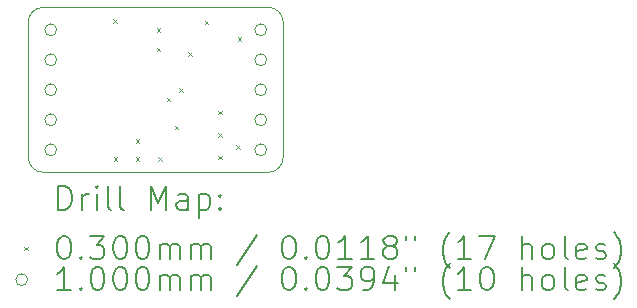
<source format=gbr>
%TF.GenerationSoftware,KiCad,Pcbnew,7.0.9*%
%TF.CreationDate,2024-01-07T19:57:31+00:00*%
%TF.ProjectId,INA381 Breakout,494e4133-3831-4204-9272-65616b6f7574,V24.01.0.1*%
%TF.SameCoordinates,PX8841978PY54c5a90*%
%TF.FileFunction,Drillmap*%
%TF.FilePolarity,Positive*%
%FSLAX45Y45*%
G04 Gerber Fmt 4.5, Leading zero omitted, Abs format (unit mm)*
G04 Created by KiCad (PCBNEW 7.0.9) date 2024-01-07 19:57:31*
%MOMM*%
%LPD*%
G01*
G04 APERTURE LIST*
%ADD10C,0.100000*%
%ADD11C,0.200000*%
G04 APERTURE END LIST*
D10*
X1968500Y571500D02*
G75*
G03*
X1841500Y698500I-127000J0D01*
G01*
X1841500Y-698500D02*
G75*
G03*
X1968500Y-571500I0J127000D01*
G01*
X-63500Y698500D02*
G75*
G03*
X-190500Y571500I0J-127000D01*
G01*
X-190500Y-571500D02*
G75*
G03*
X-63500Y-698500I127000J0D01*
G01*
X-190500Y571500D02*
X-190500Y-571500D01*
X-63500Y698500D02*
X1841500Y698500D01*
X1968500Y-571500D02*
X1968500Y571500D01*
X1841500Y-698500D02*
X-63500Y-698500D01*
D11*
D10*
X531100Y599500D02*
X561100Y569500D01*
X561100Y599500D02*
X531100Y569500D01*
X532400Y-571500D02*
X562400Y-601500D01*
X562400Y-571500D02*
X532400Y-601500D01*
X721600Y-416800D02*
X751600Y-446800D01*
X751600Y-416800D02*
X721600Y-446800D01*
X721600Y-569200D02*
X751600Y-599200D01*
X751600Y-569200D02*
X721600Y-599200D01*
X899400Y523000D02*
X929400Y493000D01*
X929400Y523000D02*
X899400Y493000D01*
X899400Y357900D02*
X929400Y327900D01*
X929400Y357900D02*
X899400Y327900D01*
X912100Y-569200D02*
X942100Y-599200D01*
X942100Y-569200D02*
X912100Y-599200D01*
X983175Y-68775D02*
X1013175Y-98775D01*
X1013175Y-68775D02*
X983175Y-98775D01*
X1051800Y-303500D02*
X1081800Y-333500D01*
X1081800Y-303500D02*
X1051800Y-333500D01*
X1089900Y14000D02*
X1119900Y-16000D01*
X1119900Y14000D02*
X1089900Y-16000D01*
X1166100Y319800D02*
X1196100Y289800D01*
X1196100Y319800D02*
X1166100Y289800D01*
X1305800Y585000D02*
X1335800Y555000D01*
X1335800Y585000D02*
X1305800Y555000D01*
X1420100Y-176500D02*
X1450100Y-206500D01*
X1450100Y-176500D02*
X1420100Y-206500D01*
X1420100Y-368450D02*
X1450100Y-398450D01*
X1450100Y-368450D02*
X1420100Y-398450D01*
X1420100Y-557500D02*
X1450100Y-587500D01*
X1450100Y-557500D02*
X1420100Y-587500D01*
X1572500Y-467600D02*
X1602500Y-497600D01*
X1602500Y-467600D02*
X1572500Y-497600D01*
X1585200Y446800D02*
X1615200Y416800D01*
X1615200Y446800D02*
X1585200Y416800D01*
X50000Y508000D02*
G75*
G03*
X50000Y508000I-50000J0D01*
G01*
X50000Y254000D02*
G75*
G03*
X50000Y254000I-50000J0D01*
G01*
X50000Y0D02*
G75*
G03*
X50000Y0I-50000J0D01*
G01*
X50000Y-254000D02*
G75*
G03*
X50000Y-254000I-50000J0D01*
G01*
X50000Y-508000D02*
G75*
G03*
X50000Y-508000I-50000J0D01*
G01*
X1828000Y508000D02*
G75*
G03*
X1828000Y508000I-50000J0D01*
G01*
X1828000Y254000D02*
G75*
G03*
X1828000Y254000I-50000J0D01*
G01*
X1828000Y0D02*
G75*
G03*
X1828000Y0I-50000J0D01*
G01*
X1828000Y-254000D02*
G75*
G03*
X1828000Y-254000I-50000J0D01*
G01*
X1828000Y-508000D02*
G75*
G03*
X1828000Y-508000I-50000J0D01*
G01*
D11*
X65277Y-1014984D02*
X65277Y-814984D01*
X65277Y-814984D02*
X112896Y-814984D01*
X112896Y-814984D02*
X141467Y-824508D01*
X141467Y-824508D02*
X160515Y-843555D01*
X160515Y-843555D02*
X170039Y-862603D01*
X170039Y-862603D02*
X179562Y-900698D01*
X179562Y-900698D02*
X179562Y-929269D01*
X179562Y-929269D02*
X170039Y-967365D01*
X170039Y-967365D02*
X160515Y-986412D01*
X160515Y-986412D02*
X141467Y-1005460D01*
X141467Y-1005460D02*
X112896Y-1014984D01*
X112896Y-1014984D02*
X65277Y-1014984D01*
X265277Y-1014984D02*
X265277Y-881650D01*
X265277Y-919746D02*
X274801Y-900698D01*
X274801Y-900698D02*
X284324Y-891174D01*
X284324Y-891174D02*
X303372Y-881650D01*
X303372Y-881650D02*
X322420Y-881650D01*
X389086Y-1014984D02*
X389086Y-881650D01*
X389086Y-814984D02*
X379562Y-824508D01*
X379562Y-824508D02*
X389086Y-834031D01*
X389086Y-834031D02*
X398610Y-824508D01*
X398610Y-824508D02*
X389086Y-814984D01*
X389086Y-814984D02*
X389086Y-834031D01*
X512896Y-1014984D02*
X493848Y-1005460D01*
X493848Y-1005460D02*
X484324Y-986412D01*
X484324Y-986412D02*
X484324Y-814984D01*
X617658Y-1014984D02*
X598610Y-1005460D01*
X598610Y-1005460D02*
X589086Y-986412D01*
X589086Y-986412D02*
X589086Y-814984D01*
X846229Y-1014984D02*
X846229Y-814984D01*
X846229Y-814984D02*
X912896Y-957841D01*
X912896Y-957841D02*
X979562Y-814984D01*
X979562Y-814984D02*
X979562Y-1014984D01*
X1160515Y-1014984D02*
X1160515Y-910222D01*
X1160515Y-910222D02*
X1150991Y-891174D01*
X1150991Y-891174D02*
X1131944Y-881650D01*
X1131944Y-881650D02*
X1093848Y-881650D01*
X1093848Y-881650D02*
X1074801Y-891174D01*
X1160515Y-1005460D02*
X1141467Y-1014984D01*
X1141467Y-1014984D02*
X1093848Y-1014984D01*
X1093848Y-1014984D02*
X1074801Y-1005460D01*
X1074801Y-1005460D02*
X1065277Y-986412D01*
X1065277Y-986412D02*
X1065277Y-967365D01*
X1065277Y-967365D02*
X1074801Y-948317D01*
X1074801Y-948317D02*
X1093848Y-938793D01*
X1093848Y-938793D02*
X1141467Y-938793D01*
X1141467Y-938793D02*
X1160515Y-929269D01*
X1255753Y-881650D02*
X1255753Y-1081650D01*
X1255753Y-891174D02*
X1274801Y-881650D01*
X1274801Y-881650D02*
X1312896Y-881650D01*
X1312896Y-881650D02*
X1331944Y-891174D01*
X1331944Y-891174D02*
X1341467Y-900698D01*
X1341467Y-900698D02*
X1350991Y-919746D01*
X1350991Y-919746D02*
X1350991Y-976888D01*
X1350991Y-976888D02*
X1341467Y-995936D01*
X1341467Y-995936D02*
X1331944Y-1005460D01*
X1331944Y-1005460D02*
X1312896Y-1014984D01*
X1312896Y-1014984D02*
X1274801Y-1014984D01*
X1274801Y-1014984D02*
X1255753Y-1005460D01*
X1436705Y-995936D02*
X1446229Y-1005460D01*
X1446229Y-1005460D02*
X1436705Y-1014984D01*
X1436705Y-1014984D02*
X1427182Y-1005460D01*
X1427182Y-1005460D02*
X1436705Y-995936D01*
X1436705Y-995936D02*
X1436705Y-1014984D01*
X1436705Y-891174D02*
X1446229Y-900698D01*
X1446229Y-900698D02*
X1436705Y-910222D01*
X1436705Y-910222D02*
X1427182Y-900698D01*
X1427182Y-900698D02*
X1436705Y-891174D01*
X1436705Y-891174D02*
X1436705Y-910222D01*
D10*
X-225500Y-1328500D02*
X-195500Y-1358500D01*
X-195500Y-1328500D02*
X-225500Y-1358500D01*
D11*
X103372Y-1234984D02*
X122420Y-1234984D01*
X122420Y-1234984D02*
X141467Y-1244508D01*
X141467Y-1244508D02*
X150991Y-1254031D01*
X150991Y-1254031D02*
X160515Y-1273079D01*
X160515Y-1273079D02*
X170039Y-1311174D01*
X170039Y-1311174D02*
X170039Y-1358793D01*
X170039Y-1358793D02*
X160515Y-1396889D01*
X160515Y-1396889D02*
X150991Y-1415936D01*
X150991Y-1415936D02*
X141467Y-1425460D01*
X141467Y-1425460D02*
X122420Y-1434984D01*
X122420Y-1434984D02*
X103372Y-1434984D01*
X103372Y-1434984D02*
X84324Y-1425460D01*
X84324Y-1425460D02*
X74801Y-1415936D01*
X74801Y-1415936D02*
X65277Y-1396889D01*
X65277Y-1396889D02*
X55753Y-1358793D01*
X55753Y-1358793D02*
X55753Y-1311174D01*
X55753Y-1311174D02*
X65277Y-1273079D01*
X65277Y-1273079D02*
X74801Y-1254031D01*
X74801Y-1254031D02*
X84324Y-1244508D01*
X84324Y-1244508D02*
X103372Y-1234984D01*
X255753Y-1415936D02*
X265277Y-1425460D01*
X265277Y-1425460D02*
X255753Y-1434984D01*
X255753Y-1434984D02*
X246229Y-1425460D01*
X246229Y-1425460D02*
X255753Y-1415936D01*
X255753Y-1415936D02*
X255753Y-1434984D01*
X331944Y-1234984D02*
X455753Y-1234984D01*
X455753Y-1234984D02*
X389086Y-1311174D01*
X389086Y-1311174D02*
X417658Y-1311174D01*
X417658Y-1311174D02*
X436705Y-1320698D01*
X436705Y-1320698D02*
X446229Y-1330222D01*
X446229Y-1330222D02*
X455753Y-1349270D01*
X455753Y-1349270D02*
X455753Y-1396889D01*
X455753Y-1396889D02*
X446229Y-1415936D01*
X446229Y-1415936D02*
X436705Y-1425460D01*
X436705Y-1425460D02*
X417658Y-1434984D01*
X417658Y-1434984D02*
X360515Y-1434984D01*
X360515Y-1434984D02*
X341467Y-1425460D01*
X341467Y-1425460D02*
X331944Y-1415936D01*
X579563Y-1234984D02*
X598610Y-1234984D01*
X598610Y-1234984D02*
X617658Y-1244508D01*
X617658Y-1244508D02*
X627182Y-1254031D01*
X627182Y-1254031D02*
X636705Y-1273079D01*
X636705Y-1273079D02*
X646229Y-1311174D01*
X646229Y-1311174D02*
X646229Y-1358793D01*
X646229Y-1358793D02*
X636705Y-1396889D01*
X636705Y-1396889D02*
X627182Y-1415936D01*
X627182Y-1415936D02*
X617658Y-1425460D01*
X617658Y-1425460D02*
X598610Y-1434984D01*
X598610Y-1434984D02*
X579563Y-1434984D01*
X579563Y-1434984D02*
X560515Y-1425460D01*
X560515Y-1425460D02*
X550991Y-1415936D01*
X550991Y-1415936D02*
X541467Y-1396889D01*
X541467Y-1396889D02*
X531944Y-1358793D01*
X531944Y-1358793D02*
X531944Y-1311174D01*
X531944Y-1311174D02*
X541467Y-1273079D01*
X541467Y-1273079D02*
X550991Y-1254031D01*
X550991Y-1254031D02*
X560515Y-1244508D01*
X560515Y-1244508D02*
X579563Y-1234984D01*
X770039Y-1234984D02*
X789086Y-1234984D01*
X789086Y-1234984D02*
X808134Y-1244508D01*
X808134Y-1244508D02*
X817658Y-1254031D01*
X817658Y-1254031D02*
X827182Y-1273079D01*
X827182Y-1273079D02*
X836705Y-1311174D01*
X836705Y-1311174D02*
X836705Y-1358793D01*
X836705Y-1358793D02*
X827182Y-1396889D01*
X827182Y-1396889D02*
X817658Y-1415936D01*
X817658Y-1415936D02*
X808134Y-1425460D01*
X808134Y-1425460D02*
X789086Y-1434984D01*
X789086Y-1434984D02*
X770039Y-1434984D01*
X770039Y-1434984D02*
X750991Y-1425460D01*
X750991Y-1425460D02*
X741467Y-1415936D01*
X741467Y-1415936D02*
X731943Y-1396889D01*
X731943Y-1396889D02*
X722420Y-1358793D01*
X722420Y-1358793D02*
X722420Y-1311174D01*
X722420Y-1311174D02*
X731943Y-1273079D01*
X731943Y-1273079D02*
X741467Y-1254031D01*
X741467Y-1254031D02*
X750991Y-1244508D01*
X750991Y-1244508D02*
X770039Y-1234984D01*
X922420Y-1434984D02*
X922420Y-1301650D01*
X922420Y-1320698D02*
X931943Y-1311174D01*
X931943Y-1311174D02*
X950991Y-1301650D01*
X950991Y-1301650D02*
X979563Y-1301650D01*
X979563Y-1301650D02*
X998610Y-1311174D01*
X998610Y-1311174D02*
X1008134Y-1330222D01*
X1008134Y-1330222D02*
X1008134Y-1434984D01*
X1008134Y-1330222D02*
X1017658Y-1311174D01*
X1017658Y-1311174D02*
X1036705Y-1301650D01*
X1036705Y-1301650D02*
X1065277Y-1301650D01*
X1065277Y-1301650D02*
X1084325Y-1311174D01*
X1084325Y-1311174D02*
X1093848Y-1330222D01*
X1093848Y-1330222D02*
X1093848Y-1434984D01*
X1189086Y-1434984D02*
X1189086Y-1301650D01*
X1189086Y-1320698D02*
X1198610Y-1311174D01*
X1198610Y-1311174D02*
X1217658Y-1301650D01*
X1217658Y-1301650D02*
X1246229Y-1301650D01*
X1246229Y-1301650D02*
X1265277Y-1311174D01*
X1265277Y-1311174D02*
X1274801Y-1330222D01*
X1274801Y-1330222D02*
X1274801Y-1434984D01*
X1274801Y-1330222D02*
X1284325Y-1311174D01*
X1284325Y-1311174D02*
X1303372Y-1301650D01*
X1303372Y-1301650D02*
X1331944Y-1301650D01*
X1331944Y-1301650D02*
X1350991Y-1311174D01*
X1350991Y-1311174D02*
X1360515Y-1330222D01*
X1360515Y-1330222D02*
X1360515Y-1434984D01*
X1750991Y-1225460D02*
X1579563Y-1482603D01*
X2008134Y-1234984D02*
X2027182Y-1234984D01*
X2027182Y-1234984D02*
X2046229Y-1244508D01*
X2046229Y-1244508D02*
X2055753Y-1254031D01*
X2055753Y-1254031D02*
X2065277Y-1273079D01*
X2065277Y-1273079D02*
X2074801Y-1311174D01*
X2074801Y-1311174D02*
X2074801Y-1358793D01*
X2074801Y-1358793D02*
X2065277Y-1396889D01*
X2065277Y-1396889D02*
X2055753Y-1415936D01*
X2055753Y-1415936D02*
X2046229Y-1425460D01*
X2046229Y-1425460D02*
X2027182Y-1434984D01*
X2027182Y-1434984D02*
X2008134Y-1434984D01*
X2008134Y-1434984D02*
X1989086Y-1425460D01*
X1989086Y-1425460D02*
X1979563Y-1415936D01*
X1979563Y-1415936D02*
X1970039Y-1396889D01*
X1970039Y-1396889D02*
X1960515Y-1358793D01*
X1960515Y-1358793D02*
X1960515Y-1311174D01*
X1960515Y-1311174D02*
X1970039Y-1273079D01*
X1970039Y-1273079D02*
X1979563Y-1254031D01*
X1979563Y-1254031D02*
X1989086Y-1244508D01*
X1989086Y-1244508D02*
X2008134Y-1234984D01*
X2160515Y-1415936D02*
X2170039Y-1425460D01*
X2170039Y-1425460D02*
X2160515Y-1434984D01*
X2160515Y-1434984D02*
X2150991Y-1425460D01*
X2150991Y-1425460D02*
X2160515Y-1415936D01*
X2160515Y-1415936D02*
X2160515Y-1434984D01*
X2293848Y-1234984D02*
X2312896Y-1234984D01*
X2312896Y-1234984D02*
X2331944Y-1244508D01*
X2331944Y-1244508D02*
X2341468Y-1254031D01*
X2341468Y-1254031D02*
X2350991Y-1273079D01*
X2350991Y-1273079D02*
X2360515Y-1311174D01*
X2360515Y-1311174D02*
X2360515Y-1358793D01*
X2360515Y-1358793D02*
X2350991Y-1396889D01*
X2350991Y-1396889D02*
X2341468Y-1415936D01*
X2341468Y-1415936D02*
X2331944Y-1425460D01*
X2331944Y-1425460D02*
X2312896Y-1434984D01*
X2312896Y-1434984D02*
X2293848Y-1434984D01*
X2293848Y-1434984D02*
X2274801Y-1425460D01*
X2274801Y-1425460D02*
X2265277Y-1415936D01*
X2265277Y-1415936D02*
X2255753Y-1396889D01*
X2255753Y-1396889D02*
X2246229Y-1358793D01*
X2246229Y-1358793D02*
X2246229Y-1311174D01*
X2246229Y-1311174D02*
X2255753Y-1273079D01*
X2255753Y-1273079D02*
X2265277Y-1254031D01*
X2265277Y-1254031D02*
X2274801Y-1244508D01*
X2274801Y-1244508D02*
X2293848Y-1234984D01*
X2550991Y-1434984D02*
X2436706Y-1434984D01*
X2493848Y-1434984D02*
X2493848Y-1234984D01*
X2493848Y-1234984D02*
X2474801Y-1263555D01*
X2474801Y-1263555D02*
X2455753Y-1282603D01*
X2455753Y-1282603D02*
X2436706Y-1292127D01*
X2741468Y-1434984D02*
X2627182Y-1434984D01*
X2684325Y-1434984D02*
X2684325Y-1234984D01*
X2684325Y-1234984D02*
X2665277Y-1263555D01*
X2665277Y-1263555D02*
X2646229Y-1282603D01*
X2646229Y-1282603D02*
X2627182Y-1292127D01*
X2855753Y-1320698D02*
X2836706Y-1311174D01*
X2836706Y-1311174D02*
X2827182Y-1301650D01*
X2827182Y-1301650D02*
X2817658Y-1282603D01*
X2817658Y-1282603D02*
X2817658Y-1273079D01*
X2817658Y-1273079D02*
X2827182Y-1254031D01*
X2827182Y-1254031D02*
X2836706Y-1244508D01*
X2836706Y-1244508D02*
X2855753Y-1234984D01*
X2855753Y-1234984D02*
X2893848Y-1234984D01*
X2893848Y-1234984D02*
X2912896Y-1244508D01*
X2912896Y-1244508D02*
X2922420Y-1254031D01*
X2922420Y-1254031D02*
X2931944Y-1273079D01*
X2931944Y-1273079D02*
X2931944Y-1282603D01*
X2931944Y-1282603D02*
X2922420Y-1301650D01*
X2922420Y-1301650D02*
X2912896Y-1311174D01*
X2912896Y-1311174D02*
X2893848Y-1320698D01*
X2893848Y-1320698D02*
X2855753Y-1320698D01*
X2855753Y-1320698D02*
X2836706Y-1330222D01*
X2836706Y-1330222D02*
X2827182Y-1339746D01*
X2827182Y-1339746D02*
X2817658Y-1358793D01*
X2817658Y-1358793D02*
X2817658Y-1396889D01*
X2817658Y-1396889D02*
X2827182Y-1415936D01*
X2827182Y-1415936D02*
X2836706Y-1425460D01*
X2836706Y-1425460D02*
X2855753Y-1434984D01*
X2855753Y-1434984D02*
X2893848Y-1434984D01*
X2893848Y-1434984D02*
X2912896Y-1425460D01*
X2912896Y-1425460D02*
X2922420Y-1415936D01*
X2922420Y-1415936D02*
X2931944Y-1396889D01*
X2931944Y-1396889D02*
X2931944Y-1358793D01*
X2931944Y-1358793D02*
X2922420Y-1339746D01*
X2922420Y-1339746D02*
X2912896Y-1330222D01*
X2912896Y-1330222D02*
X2893848Y-1320698D01*
X3008134Y-1234984D02*
X3008134Y-1273079D01*
X3084325Y-1234984D02*
X3084325Y-1273079D01*
X3379563Y-1511174D02*
X3370039Y-1501650D01*
X3370039Y-1501650D02*
X3350991Y-1473079D01*
X3350991Y-1473079D02*
X3341468Y-1454031D01*
X3341468Y-1454031D02*
X3331944Y-1425460D01*
X3331944Y-1425460D02*
X3322420Y-1377841D01*
X3322420Y-1377841D02*
X3322420Y-1339746D01*
X3322420Y-1339746D02*
X3331944Y-1292127D01*
X3331944Y-1292127D02*
X3341468Y-1263555D01*
X3341468Y-1263555D02*
X3350991Y-1244508D01*
X3350991Y-1244508D02*
X3370039Y-1215936D01*
X3370039Y-1215936D02*
X3379563Y-1206412D01*
X3560515Y-1434984D02*
X3446229Y-1434984D01*
X3503372Y-1434984D02*
X3503372Y-1234984D01*
X3503372Y-1234984D02*
X3484325Y-1263555D01*
X3484325Y-1263555D02*
X3465277Y-1282603D01*
X3465277Y-1282603D02*
X3446229Y-1292127D01*
X3627182Y-1234984D02*
X3760515Y-1234984D01*
X3760515Y-1234984D02*
X3674801Y-1434984D01*
X3989087Y-1434984D02*
X3989087Y-1234984D01*
X4074801Y-1434984D02*
X4074801Y-1330222D01*
X4074801Y-1330222D02*
X4065277Y-1311174D01*
X4065277Y-1311174D02*
X4046230Y-1301650D01*
X4046230Y-1301650D02*
X4017658Y-1301650D01*
X4017658Y-1301650D02*
X3998610Y-1311174D01*
X3998610Y-1311174D02*
X3989087Y-1320698D01*
X4198611Y-1434984D02*
X4179563Y-1425460D01*
X4179563Y-1425460D02*
X4170039Y-1415936D01*
X4170039Y-1415936D02*
X4160515Y-1396889D01*
X4160515Y-1396889D02*
X4160515Y-1339746D01*
X4160515Y-1339746D02*
X4170039Y-1320698D01*
X4170039Y-1320698D02*
X4179563Y-1311174D01*
X4179563Y-1311174D02*
X4198611Y-1301650D01*
X4198611Y-1301650D02*
X4227182Y-1301650D01*
X4227182Y-1301650D02*
X4246230Y-1311174D01*
X4246230Y-1311174D02*
X4255753Y-1320698D01*
X4255753Y-1320698D02*
X4265277Y-1339746D01*
X4265277Y-1339746D02*
X4265277Y-1396889D01*
X4265277Y-1396889D02*
X4255753Y-1415936D01*
X4255753Y-1415936D02*
X4246230Y-1425460D01*
X4246230Y-1425460D02*
X4227182Y-1434984D01*
X4227182Y-1434984D02*
X4198611Y-1434984D01*
X4379563Y-1434984D02*
X4360515Y-1425460D01*
X4360515Y-1425460D02*
X4350992Y-1406412D01*
X4350992Y-1406412D02*
X4350992Y-1234984D01*
X4531944Y-1425460D02*
X4512896Y-1434984D01*
X4512896Y-1434984D02*
X4474801Y-1434984D01*
X4474801Y-1434984D02*
X4455753Y-1425460D01*
X4455753Y-1425460D02*
X4446230Y-1406412D01*
X4446230Y-1406412D02*
X4446230Y-1330222D01*
X4446230Y-1330222D02*
X4455753Y-1311174D01*
X4455753Y-1311174D02*
X4474801Y-1301650D01*
X4474801Y-1301650D02*
X4512896Y-1301650D01*
X4512896Y-1301650D02*
X4531944Y-1311174D01*
X4531944Y-1311174D02*
X4541468Y-1330222D01*
X4541468Y-1330222D02*
X4541468Y-1349270D01*
X4541468Y-1349270D02*
X4446230Y-1368317D01*
X4617658Y-1425460D02*
X4636706Y-1434984D01*
X4636706Y-1434984D02*
X4674801Y-1434984D01*
X4674801Y-1434984D02*
X4693849Y-1425460D01*
X4693849Y-1425460D02*
X4703373Y-1406412D01*
X4703373Y-1406412D02*
X4703373Y-1396889D01*
X4703373Y-1396889D02*
X4693849Y-1377841D01*
X4693849Y-1377841D02*
X4674801Y-1368317D01*
X4674801Y-1368317D02*
X4646230Y-1368317D01*
X4646230Y-1368317D02*
X4627182Y-1358793D01*
X4627182Y-1358793D02*
X4617658Y-1339746D01*
X4617658Y-1339746D02*
X4617658Y-1330222D01*
X4617658Y-1330222D02*
X4627182Y-1311174D01*
X4627182Y-1311174D02*
X4646230Y-1301650D01*
X4646230Y-1301650D02*
X4674801Y-1301650D01*
X4674801Y-1301650D02*
X4693849Y-1311174D01*
X4770039Y-1511174D02*
X4779563Y-1501650D01*
X4779563Y-1501650D02*
X4798611Y-1473079D01*
X4798611Y-1473079D02*
X4808134Y-1454031D01*
X4808134Y-1454031D02*
X4817658Y-1425460D01*
X4817658Y-1425460D02*
X4827182Y-1377841D01*
X4827182Y-1377841D02*
X4827182Y-1339746D01*
X4827182Y-1339746D02*
X4817658Y-1292127D01*
X4817658Y-1292127D02*
X4808134Y-1263555D01*
X4808134Y-1263555D02*
X4798611Y-1244508D01*
X4798611Y-1244508D02*
X4779563Y-1215936D01*
X4779563Y-1215936D02*
X4770039Y-1206412D01*
D10*
X-195500Y-1607500D02*
G75*
G03*
X-195500Y-1607500I-50000J0D01*
G01*
D11*
X170039Y-1698984D02*
X55753Y-1698984D01*
X112896Y-1698984D02*
X112896Y-1498984D01*
X112896Y-1498984D02*
X93848Y-1527555D01*
X93848Y-1527555D02*
X74801Y-1546603D01*
X74801Y-1546603D02*
X55753Y-1556127D01*
X255753Y-1679936D02*
X265277Y-1689460D01*
X265277Y-1689460D02*
X255753Y-1698984D01*
X255753Y-1698984D02*
X246229Y-1689460D01*
X246229Y-1689460D02*
X255753Y-1679936D01*
X255753Y-1679936D02*
X255753Y-1698984D01*
X389086Y-1498984D02*
X408134Y-1498984D01*
X408134Y-1498984D02*
X427182Y-1508508D01*
X427182Y-1508508D02*
X436705Y-1518031D01*
X436705Y-1518031D02*
X446229Y-1537079D01*
X446229Y-1537079D02*
X455753Y-1575174D01*
X455753Y-1575174D02*
X455753Y-1622793D01*
X455753Y-1622793D02*
X446229Y-1660888D01*
X446229Y-1660888D02*
X436705Y-1679936D01*
X436705Y-1679936D02*
X427182Y-1689460D01*
X427182Y-1689460D02*
X408134Y-1698984D01*
X408134Y-1698984D02*
X389086Y-1698984D01*
X389086Y-1698984D02*
X370039Y-1689460D01*
X370039Y-1689460D02*
X360515Y-1679936D01*
X360515Y-1679936D02*
X350991Y-1660888D01*
X350991Y-1660888D02*
X341467Y-1622793D01*
X341467Y-1622793D02*
X341467Y-1575174D01*
X341467Y-1575174D02*
X350991Y-1537079D01*
X350991Y-1537079D02*
X360515Y-1518031D01*
X360515Y-1518031D02*
X370039Y-1508508D01*
X370039Y-1508508D02*
X389086Y-1498984D01*
X579563Y-1498984D02*
X598610Y-1498984D01*
X598610Y-1498984D02*
X617658Y-1508508D01*
X617658Y-1508508D02*
X627182Y-1518031D01*
X627182Y-1518031D02*
X636705Y-1537079D01*
X636705Y-1537079D02*
X646229Y-1575174D01*
X646229Y-1575174D02*
X646229Y-1622793D01*
X646229Y-1622793D02*
X636705Y-1660888D01*
X636705Y-1660888D02*
X627182Y-1679936D01*
X627182Y-1679936D02*
X617658Y-1689460D01*
X617658Y-1689460D02*
X598610Y-1698984D01*
X598610Y-1698984D02*
X579563Y-1698984D01*
X579563Y-1698984D02*
X560515Y-1689460D01*
X560515Y-1689460D02*
X550991Y-1679936D01*
X550991Y-1679936D02*
X541467Y-1660888D01*
X541467Y-1660888D02*
X531944Y-1622793D01*
X531944Y-1622793D02*
X531944Y-1575174D01*
X531944Y-1575174D02*
X541467Y-1537079D01*
X541467Y-1537079D02*
X550991Y-1518031D01*
X550991Y-1518031D02*
X560515Y-1508508D01*
X560515Y-1508508D02*
X579563Y-1498984D01*
X770039Y-1498984D02*
X789086Y-1498984D01*
X789086Y-1498984D02*
X808134Y-1508508D01*
X808134Y-1508508D02*
X817658Y-1518031D01*
X817658Y-1518031D02*
X827182Y-1537079D01*
X827182Y-1537079D02*
X836705Y-1575174D01*
X836705Y-1575174D02*
X836705Y-1622793D01*
X836705Y-1622793D02*
X827182Y-1660888D01*
X827182Y-1660888D02*
X817658Y-1679936D01*
X817658Y-1679936D02*
X808134Y-1689460D01*
X808134Y-1689460D02*
X789086Y-1698984D01*
X789086Y-1698984D02*
X770039Y-1698984D01*
X770039Y-1698984D02*
X750991Y-1689460D01*
X750991Y-1689460D02*
X741467Y-1679936D01*
X741467Y-1679936D02*
X731943Y-1660888D01*
X731943Y-1660888D02*
X722420Y-1622793D01*
X722420Y-1622793D02*
X722420Y-1575174D01*
X722420Y-1575174D02*
X731943Y-1537079D01*
X731943Y-1537079D02*
X741467Y-1518031D01*
X741467Y-1518031D02*
X750991Y-1508508D01*
X750991Y-1508508D02*
X770039Y-1498984D01*
X922420Y-1698984D02*
X922420Y-1565650D01*
X922420Y-1584698D02*
X931943Y-1575174D01*
X931943Y-1575174D02*
X950991Y-1565650D01*
X950991Y-1565650D02*
X979563Y-1565650D01*
X979563Y-1565650D02*
X998610Y-1575174D01*
X998610Y-1575174D02*
X1008134Y-1594222D01*
X1008134Y-1594222D02*
X1008134Y-1698984D01*
X1008134Y-1594222D02*
X1017658Y-1575174D01*
X1017658Y-1575174D02*
X1036705Y-1565650D01*
X1036705Y-1565650D02*
X1065277Y-1565650D01*
X1065277Y-1565650D02*
X1084325Y-1575174D01*
X1084325Y-1575174D02*
X1093848Y-1594222D01*
X1093848Y-1594222D02*
X1093848Y-1698984D01*
X1189086Y-1698984D02*
X1189086Y-1565650D01*
X1189086Y-1584698D02*
X1198610Y-1575174D01*
X1198610Y-1575174D02*
X1217658Y-1565650D01*
X1217658Y-1565650D02*
X1246229Y-1565650D01*
X1246229Y-1565650D02*
X1265277Y-1575174D01*
X1265277Y-1575174D02*
X1274801Y-1594222D01*
X1274801Y-1594222D02*
X1274801Y-1698984D01*
X1274801Y-1594222D02*
X1284325Y-1575174D01*
X1284325Y-1575174D02*
X1303372Y-1565650D01*
X1303372Y-1565650D02*
X1331944Y-1565650D01*
X1331944Y-1565650D02*
X1350991Y-1575174D01*
X1350991Y-1575174D02*
X1360515Y-1594222D01*
X1360515Y-1594222D02*
X1360515Y-1698984D01*
X1750991Y-1489460D02*
X1579563Y-1746603D01*
X2008134Y-1498984D02*
X2027182Y-1498984D01*
X2027182Y-1498984D02*
X2046229Y-1508508D01*
X2046229Y-1508508D02*
X2055753Y-1518031D01*
X2055753Y-1518031D02*
X2065277Y-1537079D01*
X2065277Y-1537079D02*
X2074801Y-1575174D01*
X2074801Y-1575174D02*
X2074801Y-1622793D01*
X2074801Y-1622793D02*
X2065277Y-1660888D01*
X2065277Y-1660888D02*
X2055753Y-1679936D01*
X2055753Y-1679936D02*
X2046229Y-1689460D01*
X2046229Y-1689460D02*
X2027182Y-1698984D01*
X2027182Y-1698984D02*
X2008134Y-1698984D01*
X2008134Y-1698984D02*
X1989086Y-1689460D01*
X1989086Y-1689460D02*
X1979563Y-1679936D01*
X1979563Y-1679936D02*
X1970039Y-1660888D01*
X1970039Y-1660888D02*
X1960515Y-1622793D01*
X1960515Y-1622793D02*
X1960515Y-1575174D01*
X1960515Y-1575174D02*
X1970039Y-1537079D01*
X1970039Y-1537079D02*
X1979563Y-1518031D01*
X1979563Y-1518031D02*
X1989086Y-1508508D01*
X1989086Y-1508508D02*
X2008134Y-1498984D01*
X2160515Y-1679936D02*
X2170039Y-1689460D01*
X2170039Y-1689460D02*
X2160515Y-1698984D01*
X2160515Y-1698984D02*
X2150991Y-1689460D01*
X2150991Y-1689460D02*
X2160515Y-1679936D01*
X2160515Y-1679936D02*
X2160515Y-1698984D01*
X2293848Y-1498984D02*
X2312896Y-1498984D01*
X2312896Y-1498984D02*
X2331944Y-1508508D01*
X2331944Y-1508508D02*
X2341468Y-1518031D01*
X2341468Y-1518031D02*
X2350991Y-1537079D01*
X2350991Y-1537079D02*
X2360515Y-1575174D01*
X2360515Y-1575174D02*
X2360515Y-1622793D01*
X2360515Y-1622793D02*
X2350991Y-1660888D01*
X2350991Y-1660888D02*
X2341468Y-1679936D01*
X2341468Y-1679936D02*
X2331944Y-1689460D01*
X2331944Y-1689460D02*
X2312896Y-1698984D01*
X2312896Y-1698984D02*
X2293848Y-1698984D01*
X2293848Y-1698984D02*
X2274801Y-1689460D01*
X2274801Y-1689460D02*
X2265277Y-1679936D01*
X2265277Y-1679936D02*
X2255753Y-1660888D01*
X2255753Y-1660888D02*
X2246229Y-1622793D01*
X2246229Y-1622793D02*
X2246229Y-1575174D01*
X2246229Y-1575174D02*
X2255753Y-1537079D01*
X2255753Y-1537079D02*
X2265277Y-1518031D01*
X2265277Y-1518031D02*
X2274801Y-1508508D01*
X2274801Y-1508508D02*
X2293848Y-1498984D01*
X2427182Y-1498984D02*
X2550991Y-1498984D01*
X2550991Y-1498984D02*
X2484325Y-1575174D01*
X2484325Y-1575174D02*
X2512896Y-1575174D01*
X2512896Y-1575174D02*
X2531944Y-1584698D01*
X2531944Y-1584698D02*
X2541468Y-1594222D01*
X2541468Y-1594222D02*
X2550991Y-1613269D01*
X2550991Y-1613269D02*
X2550991Y-1660888D01*
X2550991Y-1660888D02*
X2541468Y-1679936D01*
X2541468Y-1679936D02*
X2531944Y-1689460D01*
X2531944Y-1689460D02*
X2512896Y-1698984D01*
X2512896Y-1698984D02*
X2455753Y-1698984D01*
X2455753Y-1698984D02*
X2436706Y-1689460D01*
X2436706Y-1689460D02*
X2427182Y-1679936D01*
X2646229Y-1698984D02*
X2684325Y-1698984D01*
X2684325Y-1698984D02*
X2703372Y-1689460D01*
X2703372Y-1689460D02*
X2712896Y-1679936D01*
X2712896Y-1679936D02*
X2731944Y-1651365D01*
X2731944Y-1651365D02*
X2741468Y-1613269D01*
X2741468Y-1613269D02*
X2741468Y-1537079D01*
X2741468Y-1537079D02*
X2731944Y-1518031D01*
X2731944Y-1518031D02*
X2722420Y-1508508D01*
X2722420Y-1508508D02*
X2703372Y-1498984D01*
X2703372Y-1498984D02*
X2665277Y-1498984D01*
X2665277Y-1498984D02*
X2646229Y-1508508D01*
X2646229Y-1508508D02*
X2636706Y-1518031D01*
X2636706Y-1518031D02*
X2627182Y-1537079D01*
X2627182Y-1537079D02*
X2627182Y-1584698D01*
X2627182Y-1584698D02*
X2636706Y-1603746D01*
X2636706Y-1603746D02*
X2646229Y-1613269D01*
X2646229Y-1613269D02*
X2665277Y-1622793D01*
X2665277Y-1622793D02*
X2703372Y-1622793D01*
X2703372Y-1622793D02*
X2722420Y-1613269D01*
X2722420Y-1613269D02*
X2731944Y-1603746D01*
X2731944Y-1603746D02*
X2741468Y-1584698D01*
X2912896Y-1565650D02*
X2912896Y-1698984D01*
X2865277Y-1489460D02*
X2817658Y-1632317D01*
X2817658Y-1632317D02*
X2941467Y-1632317D01*
X3008134Y-1498984D02*
X3008134Y-1537079D01*
X3084325Y-1498984D02*
X3084325Y-1537079D01*
X3379563Y-1775174D02*
X3370039Y-1765650D01*
X3370039Y-1765650D02*
X3350991Y-1737079D01*
X3350991Y-1737079D02*
X3341468Y-1718031D01*
X3341468Y-1718031D02*
X3331944Y-1689460D01*
X3331944Y-1689460D02*
X3322420Y-1641841D01*
X3322420Y-1641841D02*
X3322420Y-1603746D01*
X3322420Y-1603746D02*
X3331944Y-1556127D01*
X3331944Y-1556127D02*
X3341468Y-1527555D01*
X3341468Y-1527555D02*
X3350991Y-1508508D01*
X3350991Y-1508508D02*
X3370039Y-1479936D01*
X3370039Y-1479936D02*
X3379563Y-1470412D01*
X3560515Y-1698984D02*
X3446229Y-1698984D01*
X3503372Y-1698984D02*
X3503372Y-1498984D01*
X3503372Y-1498984D02*
X3484325Y-1527555D01*
X3484325Y-1527555D02*
X3465277Y-1546603D01*
X3465277Y-1546603D02*
X3446229Y-1556127D01*
X3684325Y-1498984D02*
X3703372Y-1498984D01*
X3703372Y-1498984D02*
X3722420Y-1508508D01*
X3722420Y-1508508D02*
X3731944Y-1518031D01*
X3731944Y-1518031D02*
X3741468Y-1537079D01*
X3741468Y-1537079D02*
X3750991Y-1575174D01*
X3750991Y-1575174D02*
X3750991Y-1622793D01*
X3750991Y-1622793D02*
X3741468Y-1660888D01*
X3741468Y-1660888D02*
X3731944Y-1679936D01*
X3731944Y-1679936D02*
X3722420Y-1689460D01*
X3722420Y-1689460D02*
X3703372Y-1698984D01*
X3703372Y-1698984D02*
X3684325Y-1698984D01*
X3684325Y-1698984D02*
X3665277Y-1689460D01*
X3665277Y-1689460D02*
X3655753Y-1679936D01*
X3655753Y-1679936D02*
X3646229Y-1660888D01*
X3646229Y-1660888D02*
X3636706Y-1622793D01*
X3636706Y-1622793D02*
X3636706Y-1575174D01*
X3636706Y-1575174D02*
X3646229Y-1537079D01*
X3646229Y-1537079D02*
X3655753Y-1518031D01*
X3655753Y-1518031D02*
X3665277Y-1508508D01*
X3665277Y-1508508D02*
X3684325Y-1498984D01*
X3989087Y-1698984D02*
X3989087Y-1498984D01*
X4074801Y-1698984D02*
X4074801Y-1594222D01*
X4074801Y-1594222D02*
X4065277Y-1575174D01*
X4065277Y-1575174D02*
X4046230Y-1565650D01*
X4046230Y-1565650D02*
X4017658Y-1565650D01*
X4017658Y-1565650D02*
X3998610Y-1575174D01*
X3998610Y-1575174D02*
X3989087Y-1584698D01*
X4198611Y-1698984D02*
X4179563Y-1689460D01*
X4179563Y-1689460D02*
X4170039Y-1679936D01*
X4170039Y-1679936D02*
X4160515Y-1660888D01*
X4160515Y-1660888D02*
X4160515Y-1603746D01*
X4160515Y-1603746D02*
X4170039Y-1584698D01*
X4170039Y-1584698D02*
X4179563Y-1575174D01*
X4179563Y-1575174D02*
X4198611Y-1565650D01*
X4198611Y-1565650D02*
X4227182Y-1565650D01*
X4227182Y-1565650D02*
X4246230Y-1575174D01*
X4246230Y-1575174D02*
X4255753Y-1584698D01*
X4255753Y-1584698D02*
X4265277Y-1603746D01*
X4265277Y-1603746D02*
X4265277Y-1660888D01*
X4265277Y-1660888D02*
X4255753Y-1679936D01*
X4255753Y-1679936D02*
X4246230Y-1689460D01*
X4246230Y-1689460D02*
X4227182Y-1698984D01*
X4227182Y-1698984D02*
X4198611Y-1698984D01*
X4379563Y-1698984D02*
X4360515Y-1689460D01*
X4360515Y-1689460D02*
X4350992Y-1670412D01*
X4350992Y-1670412D02*
X4350992Y-1498984D01*
X4531944Y-1689460D02*
X4512896Y-1698984D01*
X4512896Y-1698984D02*
X4474801Y-1698984D01*
X4474801Y-1698984D02*
X4455753Y-1689460D01*
X4455753Y-1689460D02*
X4446230Y-1670412D01*
X4446230Y-1670412D02*
X4446230Y-1594222D01*
X4446230Y-1594222D02*
X4455753Y-1575174D01*
X4455753Y-1575174D02*
X4474801Y-1565650D01*
X4474801Y-1565650D02*
X4512896Y-1565650D01*
X4512896Y-1565650D02*
X4531944Y-1575174D01*
X4531944Y-1575174D02*
X4541468Y-1594222D01*
X4541468Y-1594222D02*
X4541468Y-1613269D01*
X4541468Y-1613269D02*
X4446230Y-1632317D01*
X4617658Y-1689460D02*
X4636706Y-1698984D01*
X4636706Y-1698984D02*
X4674801Y-1698984D01*
X4674801Y-1698984D02*
X4693849Y-1689460D01*
X4693849Y-1689460D02*
X4703373Y-1670412D01*
X4703373Y-1670412D02*
X4703373Y-1660888D01*
X4703373Y-1660888D02*
X4693849Y-1641841D01*
X4693849Y-1641841D02*
X4674801Y-1632317D01*
X4674801Y-1632317D02*
X4646230Y-1632317D01*
X4646230Y-1632317D02*
X4627182Y-1622793D01*
X4627182Y-1622793D02*
X4617658Y-1603746D01*
X4617658Y-1603746D02*
X4617658Y-1594222D01*
X4617658Y-1594222D02*
X4627182Y-1575174D01*
X4627182Y-1575174D02*
X4646230Y-1565650D01*
X4646230Y-1565650D02*
X4674801Y-1565650D01*
X4674801Y-1565650D02*
X4693849Y-1575174D01*
X4770039Y-1775174D02*
X4779563Y-1765650D01*
X4779563Y-1765650D02*
X4798611Y-1737079D01*
X4798611Y-1737079D02*
X4808134Y-1718031D01*
X4808134Y-1718031D02*
X4817658Y-1689460D01*
X4817658Y-1689460D02*
X4827182Y-1641841D01*
X4827182Y-1641841D02*
X4827182Y-1603746D01*
X4827182Y-1603746D02*
X4817658Y-1556127D01*
X4817658Y-1556127D02*
X4808134Y-1527555D01*
X4808134Y-1527555D02*
X4798611Y-1508508D01*
X4798611Y-1508508D02*
X4779563Y-1479936D01*
X4779563Y-1479936D02*
X4770039Y-1470412D01*
M02*

</source>
